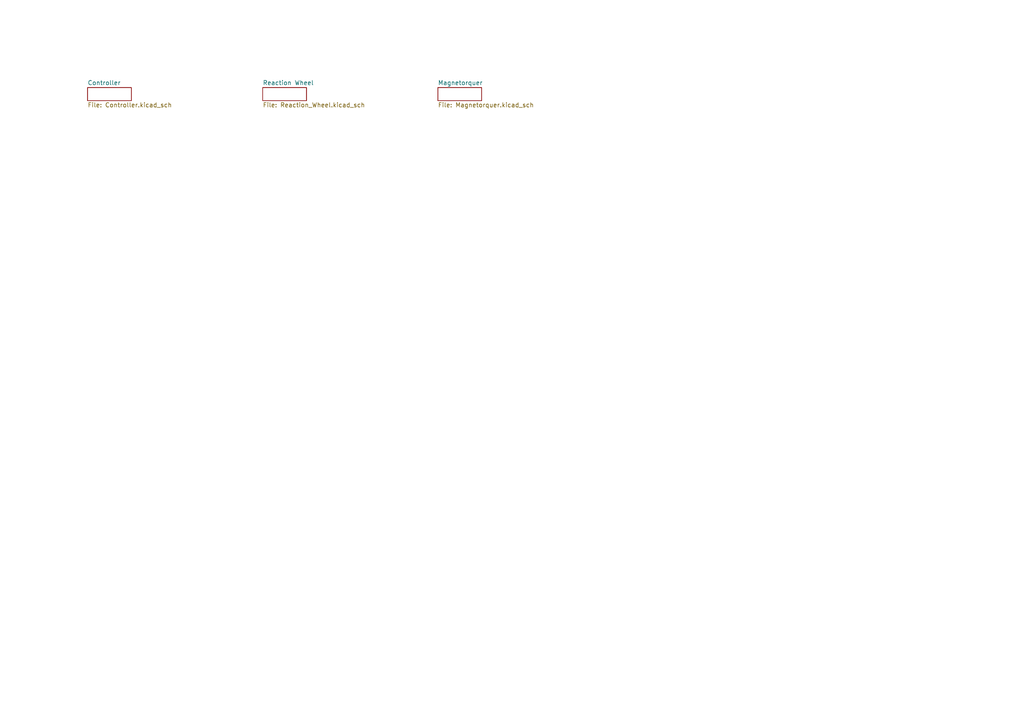
<source format=kicad_sch>
(kicad_sch (version 20210621) (generator eeschema)
  (paper "A4")
  (lib_symbols)
  (sheet (at 25.4 25.4) (size 12.7 3.81)
    (property "Sheet name" "Controller" (at 25.4 24.7645 0) (effects (justify left bottom)))
    (property "Sheet file" "Controller.kicad_sch" (at 25.4 29.7185 0) (effects (justify left top)))
  )
  (sheet (at 127 25.4) (size 12.7 3.81)
    (property "Sheet name" "Magnetorquer" (at 127 24.7645 0) (effects (justify left bottom)))
    (property "Sheet file" "Magnetorquer.kicad_sch" (at 127 29.7185 0) (effects (justify left top)))
  )
  (sheet (at 76.2 25.4) (size 12.7 3.81)
    (property "Sheet name" "Reaction Wheel" (at 76.2 24.7645 0) (effects (justify left bottom)))
    (property "Sheet file" "Reaction_Wheel.kicad_sch" (at 76.2 29.7185 0) (effects (justify left top)))
  )
)
</source>
